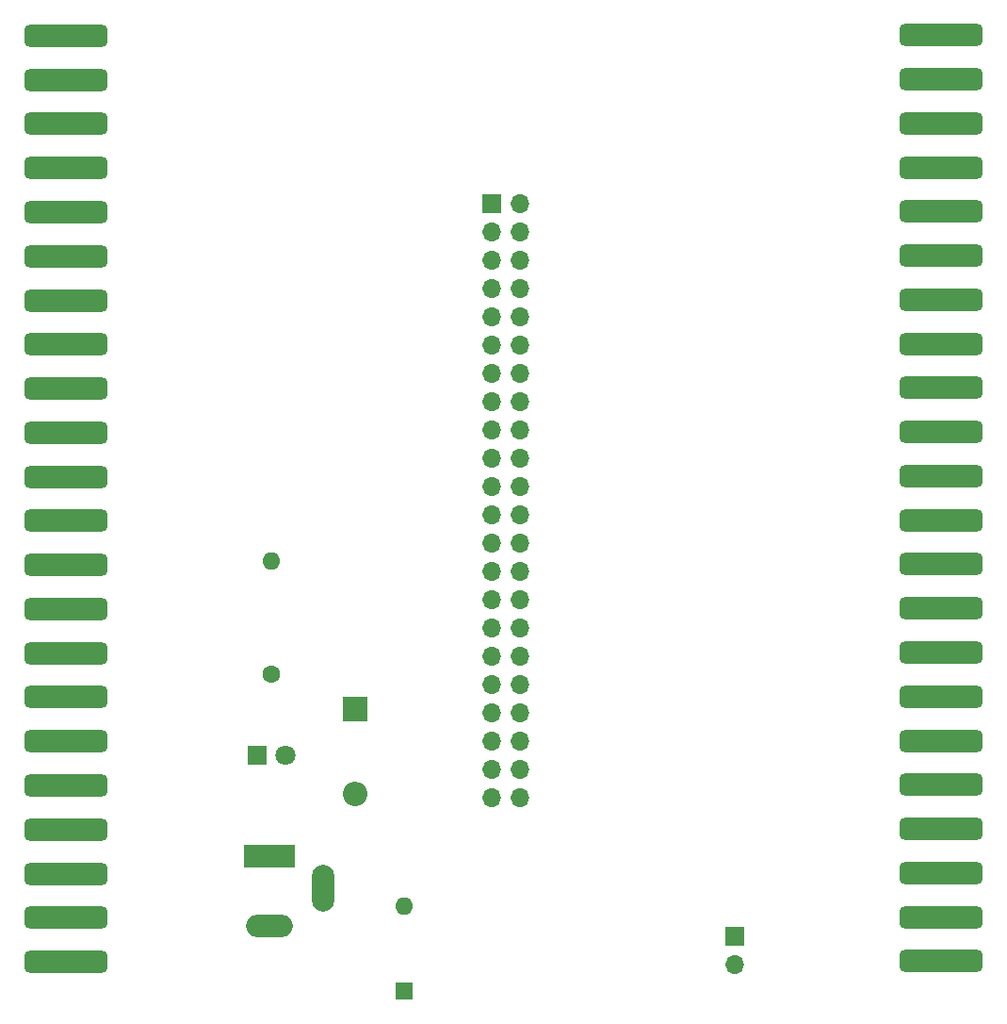
<source format=gbr>
G04 #@! TF.GenerationSoftware,KiCad,Pcbnew,8.0.6-8.0.6-0~ubuntu24.10.1*
G04 #@! TF.CreationDate,2024-10-17T11:16:10-07:00*
G04 #@! TF.ProjectId,kim1-power,6b696d31-2d70-46f7-9765-722e6b696361,1.2*
G04 #@! TF.SameCoordinates,Original*
G04 #@! TF.FileFunction,Soldermask,Top*
G04 #@! TF.FilePolarity,Negative*
%FSLAX46Y46*%
G04 Gerber Fmt 4.6, Leading zero omitted, Abs format (unit mm)*
G04 Created by KiCad (PCBNEW 8.0.6-8.0.6-0~ubuntu24.10.1) date 2024-10-17 11:16:10*
%MOMM*%
%LPD*%
G01*
G04 APERTURE LIST*
G04 Aperture macros list*
%AMRoundRect*
0 Rectangle with rounded corners*
0 $1 Rounding radius*
0 $2 $3 $4 $5 $6 $7 $8 $9 X,Y pos of 4 corners*
0 Add a 4 corners polygon primitive as box body*
4,1,4,$2,$3,$4,$5,$6,$7,$8,$9,$2,$3,0*
0 Add four circle primitives for the rounded corners*
1,1,$1+$1,$2,$3*
1,1,$1+$1,$4,$5*
1,1,$1+$1,$6,$7*
1,1,$1+$1,$8,$9*
0 Add four rect primitives between the rounded corners*
20,1,$1+$1,$2,$3,$4,$5,0*
20,1,$1+$1,$4,$5,$6,$7,0*
20,1,$1+$1,$6,$7,$8,$9,0*
20,1,$1+$1,$8,$9,$2,$3,0*%
G04 Aperture macros list end*
%ADD10RoundRect,0.500000X-3.250000X-0.500000X3.250000X-0.500000X3.250000X0.500000X-3.250000X0.500000X0*%
%ADD11R,4.600000X2.000000*%
%ADD12O,4.200000X2.000000*%
%ADD13O,2.000000X4.200000*%
%ADD14R,1.600000X1.600000*%
%ADD15O,1.600000X1.600000*%
%ADD16C,1.600000*%
%ADD17R,2.200000X2.200000*%
%ADD18O,2.200000X2.200000*%
%ADD19R,1.700000X1.700000*%
%ADD20O,1.700000X1.700000*%
%ADD21R,1.800000X1.800000*%
%ADD22C,1.800000*%
G04 APERTURE END LIST*
D10*
G04 #@! TO.C,J1*
X106100000Y-57420000D03*
X106100000Y-61380000D03*
X106100000Y-65340000D03*
X106100000Y-69300000D03*
X106100000Y-73260000D03*
X106100000Y-77220000D03*
X106100000Y-81180000D03*
X106100000Y-85140000D03*
X106100000Y-89100000D03*
X106100000Y-93060000D03*
X106100000Y-97020000D03*
X106100000Y-100980000D03*
X106100000Y-104940000D03*
X106100000Y-108900000D03*
X106100000Y-112860000D03*
X106100000Y-116820000D03*
X106100000Y-120780000D03*
X106100000Y-124740000D03*
X106100000Y-128700000D03*
X106100000Y-132660000D03*
X106100000Y-136620000D03*
X106100000Y-140580000D03*
G04 #@! TD*
D11*
G04 #@! TO.C,J4*
X124450000Y-131050000D03*
D12*
X124450000Y-137350000D03*
D13*
X129250000Y-133950000D03*
G04 #@! TD*
D14*
G04 #@! TO.C,SW1*
X136500000Y-143167500D03*
D15*
X136500000Y-135547500D03*
G04 #@! TD*
D16*
G04 #@! TO.C,R1*
X124600000Y-114780000D03*
D15*
X124600000Y-104620000D03*
G04 #@! TD*
D17*
G04 #@! TO.C,D2*
X132100000Y-117890000D03*
D18*
X132100000Y-125510000D03*
G04 #@! TD*
D19*
G04 #@! TO.C,J5*
X166200000Y-138260000D03*
D20*
X166200000Y-140800000D03*
G04 #@! TD*
D10*
G04 #@! TO.C,J2*
X184800000Y-57360000D03*
X184800000Y-61320000D03*
X184800000Y-65280000D03*
X184800000Y-69240000D03*
X184800000Y-73200000D03*
X184800000Y-77160000D03*
X184800000Y-81120000D03*
X184800000Y-85080000D03*
X184800000Y-89040000D03*
X184800000Y-93000000D03*
X184800000Y-96960000D03*
X184800000Y-100920000D03*
X184800000Y-104880000D03*
X184800000Y-108840000D03*
X184800000Y-112800000D03*
X184800000Y-116760000D03*
X184800000Y-120720000D03*
X184800000Y-124680000D03*
X184800000Y-128640000D03*
X184800000Y-132600000D03*
X184800000Y-136560000D03*
X184800000Y-140520000D03*
G04 #@! TD*
D21*
G04 #@! TO.C,D1*
X123325000Y-122000000D03*
D22*
X125865000Y-122000000D03*
G04 #@! TD*
D19*
G04 #@! TO.C,J3*
X144400000Y-72540000D03*
D20*
X144400000Y-75080000D03*
X144400000Y-77620000D03*
X144400000Y-80160000D03*
X144400000Y-82700000D03*
X144400000Y-85240000D03*
X144400000Y-87780000D03*
X144400000Y-90320000D03*
X144400000Y-92860000D03*
X144400000Y-95400000D03*
X144400000Y-97940000D03*
X144400000Y-100480000D03*
X144400000Y-103020000D03*
X144400000Y-105560000D03*
X144400000Y-108100000D03*
X144400000Y-110640000D03*
X144400000Y-113180000D03*
X144400000Y-115720000D03*
X144400000Y-118260000D03*
X144400000Y-120800000D03*
X144400000Y-123340000D03*
X144400000Y-125880000D03*
X146940000Y-72540000D03*
X146940000Y-75080000D03*
X146940000Y-77620000D03*
X146940000Y-80160000D03*
X146940000Y-82700000D03*
X146940000Y-85240000D03*
X146940000Y-87780000D03*
X146940000Y-90320000D03*
X146940000Y-92860000D03*
X146940000Y-95400000D03*
X146940000Y-97940000D03*
X146940000Y-100480000D03*
X146940000Y-103020000D03*
X146940000Y-105560000D03*
X146940000Y-108100000D03*
X146940000Y-110640000D03*
X146940000Y-113180000D03*
X146940000Y-115720000D03*
X146940000Y-118260000D03*
X146940000Y-120800000D03*
X146940000Y-123340000D03*
X146940000Y-125880000D03*
G04 #@! TD*
M02*

</source>
